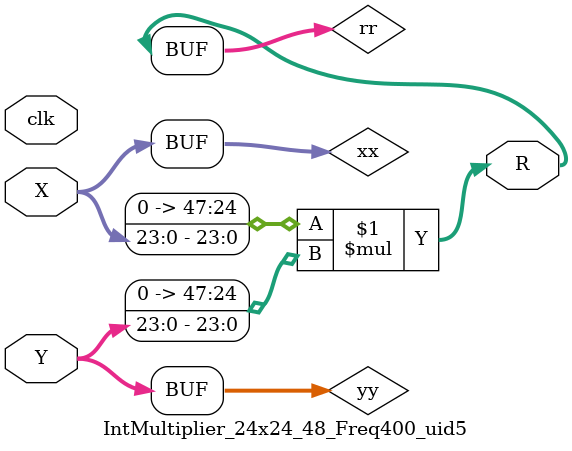
<source format=v>
/* Generated by Yosys 0.60+39 (git sha1 49feaa114, g++ 15.2.1 -fPIC -O3) */

module IntMultiplier_24x24_48_Freq400_uid5(clk, X, Y, R);
  input clk;
  wire clk;
  input [23:0] X;
  wire [23:0] X;
  input [23:0] Y;
  wire [23:0] Y;
  output [47:0] R;
  wire [47:0] R;
  wire [47:0] _0_;
  wire [47:0] rr;
  wire [23:0] xx;
  wire [23:0] yy;
  assign _0_ = { 24'h000000, xx } * { 24'h000000, yy };
  assign xx = X;
  assign yy = Y;
  assign rr = _0_;
  assign R = rr;
endmodule

</source>
